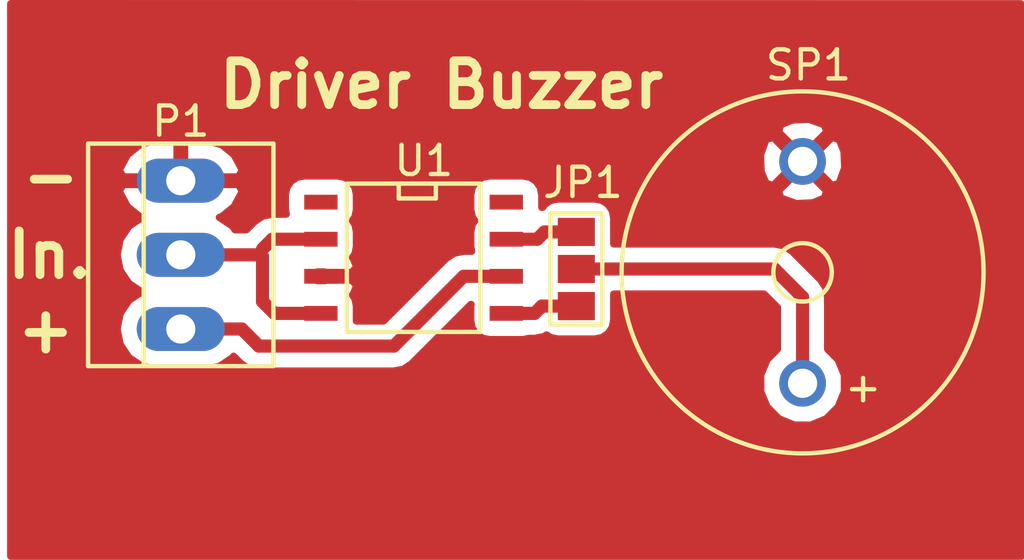
<source format=kicad_pcb>
(kicad_pcb (version 20160815) (host pcbnew no-vcs-found-undefined)

  (general
    (links 8)
    (no_connects 0)
    (area 123.65 75.495 158.500001 94.690001)
    (thickness 1.6)
    (drawings 4)
    (tracks 32)
    (zones 0)
    (modules 4)
    (nets 7)
  )

  (page A4)
  (layers
    (0 F.Cu signal)
    (31 B.Cu signal)
    (32 B.Adhes user)
    (33 F.Adhes user)
    (34 B.Paste user)
    (35 F.Paste user)
    (36 B.SilkS user)
    (37 F.SilkS user)
    (38 B.Mask user)
    (39 F.Mask user)
    (40 Dwgs.User user)
    (41 Cmts.User user)
    (42 Eco1.User user)
    (43 Eco2.User user)
    (44 Edge.Cuts user)
    (45 Margin user)
    (46 B.CrtYd user)
    (47 F.CrtYd user)
    (48 B.Fab user)
    (49 F.Fab user)
  )

  (setup
    (last_trace_width 0.25)
    (trace_clearance 0.2)
    (zone_clearance 0.508)
    (zone_45_only no)
    (trace_min 0.2)
    (segment_width 0.2)
    (edge_width 0.15)
    (via_size 0.8)
    (via_drill 0.4)
    (via_min_size 0.4)
    (via_min_drill 0.3)
    (uvia_size 0.3)
    (uvia_drill 0.1)
    (uvias_allowed no)
    (uvia_min_size 0.2)
    (uvia_min_drill 0.1)
    (pcb_text_width 0.3)
    (pcb_text_size 1.5 1.5)
    (mod_edge_width 0.15)
    (mod_text_size 1 1)
    (mod_text_width 0.15)
    (pad_size 1.524 1.524)
    (pad_drill 0.762)
    (pad_to_mask_clearance 0.2)
    (aux_axis_origin 0 0)
    (visible_elements FFFFFF7F)
    (pcbplotparams
      (layerselection 0x00030_ffffffff)
      (usegerberextensions false)
      (excludeedgelayer true)
      (linewidth 0.100000)
      (plotframeref false)
      (viasonmask false)
      (mode 1)
      (useauxorigin false)
      (hpglpennumber 1)
      (hpglpenspeed 20)
      (hpglpendiameter 15)
      (psnegative false)
      (psa4output false)
      (plotreference true)
      (plotvalue true)
      (plotinvisibletext false)
      (padsonsilk false)
      (subtractmaskfromsilk false)
      (outputformat 1)
      (mirror false)
      (drillshape 0)
      (scaleselection 1)
      (outputdirectory /home/joan/Escritorio/DuePi/cad/buzzer_aux/gerber/))
  )

  (net 0 "")
  (net 1 "Net-(JP1-Pad2)")
  (net 2 /GND)
  (net 3 /+5V)
  (net 4 /Input)
  (net 5 /Invert)
  (net 6 /NOinvert)

  (net_class Default "Esta es la clase de red por defecto."
    (clearance 0.2)
    (trace_width 0.25)
    (via_dia 0.8)
    (via_drill 0.4)
    (uvia_dia 0.3)
    (uvia_drill 0.1)
    (diff_pair_gap 0.25)
    (diff_pair_width 0.2)
    (add_net /+5V)
    (add_net /GND)
    (add_net /Input)
    (add_net /Invert)
    (add_net /NOinvert)
    (add_net "Net-(JP1-Pad2)")
  )

  (module Connect:GS3 (layer F.Cu) (tedit 0) (tstamp 58206381)
    (at 143.15 84.71 180)
    (descr "Pontet Goute de soudure")
    (path /58208766)
    (attr virtual)
    (fp_text reference JP1 (at -0.225 2.96) (layer F.SilkS)
      (effects (font (size 1 1) (thickness 0.15)))
    )
    (fp_text value Selec (at 0.09 0 270) (layer F.Fab)
      (effects (font (size 1 1) (thickness 0.15)))
    )
    (fp_line (start -0.889 -1.905) (end 0.889 -1.905) (layer F.SilkS) (width 0.15))
    (fp_line (start 0.889 1.905) (end 0.889 -1.905) (layer F.SilkS) (width 0.15))
    (fp_line (start -0.889 1.905) (end 0.889 1.905) (layer F.SilkS) (width 0.15))
    (fp_line (start -0.889 -1.905) (end -0.889 1.905) (layer F.SilkS) (width 0.15))
    (pad 3 smd rect (at 0 1.27 180) (size 1.27 0.9652) (layers F.Cu F.Paste F.Mask)
      (net 5 /Invert))
    (pad 2 smd rect (at 0 0 180) (size 1.27 0.9652) (layers F.Cu F.Paste F.Mask)
      (net 1 "Net-(JP1-Pad2)"))
    (pad 1 smd rect (at 0 -1.27 180) (size 1.27 0.9652) (layers F.Cu F.Paste F.Mask)
      (net 6 /NOinvert))
  )

  (module Buzzers_Beepers:MagneticBuzzer_ProSignal_ABI-009-RC (layer F.Cu) (tedit 544E363A) (tstamp 5825DFB2)
    (at 150.9 81.01484 270)
    (descr "Buzzer, Elektromagnetic Beeper, Summer, 6V-DC,")
    (tags "Pro Signal, ABI-009-RC,")
    (path /582088D6)
    (fp_text reference SP1 (at -3.28984 -0.2) (layer F.SilkS)
      (effects (font (size 1 1) (thickness 0.15)))
    )
    (fp_text value BUZZER (at 4.06016 -2.95 270) (layer F.Fab)
      (effects (font (size 1 1) (thickness 0.15)))
    )
    (fp_circle (center 3.81 0) (end 10.01014 0) (layer F.SilkS) (width 0.15))
    (fp_text user + (at 7.8105 -1.99898 270) (layer F.SilkS)
      (effects (font (size 1 1) (thickness 0.15)))
    )
    (fp_circle (center 3.81 0) (end 4.81076 0) (layer F.SilkS) (width 0.15))
    (pad 2 thru_hole circle (at 7.60984 0 270) (size 1.6002 1.6002) (drill 1.00076) (layers *.Cu *.Mask)
      (net 1 "Net-(JP1-Pad2)"))
    (pad 1 thru_hole circle (at 0.01016 0 270) (size 1.6002 1.6002) (drill 1.00076) (layers *.Cu *.Mask)
      (net 2 /GND))
    (model Buzzers_Beepers.3dshapes/MagneticBuzzer_ProSignal_ABI-009-RC.wrl
      (at (xyz 0 0 0))
      (scale (xyz 1 1 1))
      (rotate (xyz 0 0 0))
    )
  )

  (module Connect:PINHEAD1-3 (layer F.Cu) (tedit 0) (tstamp 5825E0EE)
    (at 129.6 84.225 90)
    (path /58208969)
    (attr virtual)
    (fp_text reference P1 (at 4.575 0 180) (layer F.SilkS)
      (effects (font (size 1 1) (thickness 0.15)))
    )
    (fp_text value CONN_01X03 (at 0.2 -2.325 90) (layer F.Fab)
      (effects (font (size 1 1) (thickness 0.15)))
    )
    (fp_line (start 3.81 3.175) (end -3.81 3.175) (layer F.SilkS) (width 0.15))
    (fp_line (start -3.81 -3.175) (end 3.81 -3.175) (layer F.SilkS) (width 0.15))
    (fp_line (start 3.81 -1.27) (end -3.81 -1.27) (layer F.SilkS) (width 0.15))
    (fp_line (start 3.81 -3.175) (end 3.81 3.175) (layer F.SilkS) (width 0.15))
    (fp_line (start -3.81 -3.175) (end -3.81 3.175) (layer F.SilkS) (width 0.15))
    (pad 3 thru_hole oval (at 2.54 0 90) (size 1.50622 3.01498) (drill 0.99822) (layers *.Cu *.Mask)
      (net 2 /GND))
    (pad 2 thru_hole oval (at 0 0 90) (size 1.50622 3.01498) (drill 0.99822) (layers *.Cu *.Mask)
      (net 4 /Input))
    (pad 1 thru_hole oval (at -2.54 0 90) (size 1.50622 3.01498) (drill 0.99822) (layers *.Cu *.Mask)
      (net 3 /+5V))
  )

  (module dronpi:SOIC-8-N (layer F.Cu) (tedit 0) (tstamp 5825E0F9)
    (at 137.575 84.325 270)
    (descr "Module Narrow CMS SOJ 8 pins large")
    (tags "CMS SOJ")
    (path /5820873A)
    (attr smd)
    (fp_text reference U1 (at -3.325 -0.35) (layer F.SilkS)
      (effects (font (size 1 1) (thickness 0.15)))
    )
    (fp_text value TC4425 (at 0.15 -0.2 270) (layer F.Fab)
      (effects (font (size 1 1) (thickness 0.15)))
    )
    (fp_line (start -2.54 -2.286) (end 2.54 -2.286) (layer F.SilkS) (width 0.15))
    (fp_line (start 2.54 -2.286) (end 2.54 2.286) (layer F.SilkS) (width 0.15))
    (fp_line (start 2.54 2.286) (end -2.54 2.286) (layer F.SilkS) (width 0.15))
    (fp_line (start -2.54 2.286) (end -2.54 -2.286) (layer F.SilkS) (width 0.15))
    (fp_line (start -2.54 -0.762) (end -2.032 -0.762) (layer F.SilkS) (width 0.15))
    (fp_line (start -2.032 -0.762) (end -2.032 0.508) (layer F.SilkS) (width 0.15))
    (fp_line (start -2.032 0.508) (end -2.54 0.508) (layer F.SilkS) (width 0.15))
    (pad 8 smd rect (at -1.905 -3.175 270) (size 0.508 1.143) (layers F.Cu F.Paste F.Mask))
    (pad 7 smd rect (at -0.635 -3.175 270) (size 0.508 1.143) (layers F.Cu F.Paste F.Mask)
      (net 5 /Invert))
    (pad 6 smd rect (at 0.635 -3.175 270) (size 0.508 1.143) (layers F.Cu F.Paste F.Mask)
      (net 3 /+5V))
    (pad 5 smd rect (at 1.905 -3.175 270) (size 0.508 1.143) (layers F.Cu F.Paste F.Mask)
      (net 6 /NOinvert))
    (pad 4 smd rect (at 1.905 3.175 270) (size 0.508 1.143) (layers F.Cu F.Paste F.Mask)
      (net 4 /Input))
    (pad 3 smd rect (at 0.635 3.175 270) (size 0.508 1.143) (layers F.Cu F.Paste F.Mask)
      (net 2 /GND))
    (pad 2 smd rect (at -0.635 3.175 270) (size 0.508 1.143) (layers F.Cu F.Paste F.Mask)
      (net 4 /Input))
    (pad 1 smd rect (at -1.905 3.175 270) (size 0.508 1.143) (layers F.Cu F.Paste F.Mask))
    (model SMD_Packages.3dshapes/SOIC-8-N.wrl
      (at (xyz 0 0 0))
      (scale (xyz 0.5 0.38 0.5))
      (rotate (xyz 0 0 0))
    )
  )

  (gr_text - (at 125.15 81.525) (layer F.SilkS)
    (effects (font (size 1.5 1.5) (thickness 0.3)))
  )
  (gr_text In. (at 125.1 84.225) (layer F.SilkS)
    (effects (font (size 1.5 1.5) (thickness 0.3)))
  )
  (gr_text + (at 124.975 86.775) (layer F.SilkS)
    (effects (font (size 1.5 1.5) (thickness 0.3)))
  )
  (gr_text "Driver Buzzer" (at 138.53 78.4) (layer F.SilkS)
    (effects (font (size 1.5 1.5) (thickness 0.3)))
  )

  (segment (start 150.9 85.675) (end 149.935 84.71) (width 0.45) (layer F.Cu) (net 1))
  (segment (start 149.935 84.71) (end 143.15 84.71) (width 0.45) (layer F.Cu) (net 1))
  (segment (start 150.9 88.62468) (end 150.9 85.675) (width 0.45) (layer F.Cu) (net 1))
  (segment (start 150.9 81.025) (end 149.975 80.1) (width 0.25) (layer F.Cu) (net 2))
  (segment (start 149.975 80.1) (end 137.45 80.1) (width 0.25) (layer F.Cu) (net 2))
  (segment (start 137.45 80.1) (end 136.525 81.025) (width 0.25) (layer F.Cu) (net 2))
  (segment (start 136.525 81.025) (end 132.9 81.025) (width 0.25) (layer F.Cu) (net 2))
  (segment (start 132.9 81.025) (end 132.325 81.6) (width 0.25) (layer F.Cu) (net 2))
  (segment (start 132.325 81.6) (end 129.685 81.6) (width 0.25) (layer F.Cu) (net 2))
  (segment (start 129.685 81.6) (end 129.6 81.685) (width 0.25) (layer F.Cu) (net 2))
  (segment (start 136.525 84.375) (end 136.525 81.025) (width 0.25) (layer F.Cu) (net 2))
  (segment (start 135.94 84.96) (end 136.525 84.375) (width 0.25) (layer F.Cu) (net 2))
  (segment (start 134.4 84.96) (end 135.94 84.96) (width 0.25) (layer F.Cu) (net 2))
  (segment (start 129.6 86.765) (end 131.69 86.765) (width 0.45) (layer F.Cu) (net 3))
  (segment (start 131.69 86.765) (end 132.275 87.35) (width 0.45) (layer F.Cu) (net 3))
  (segment (start 132.275 87.35) (end 136.9 87.35) (width 0.45) (layer F.Cu) (net 3))
  (segment (start 136.9 87.35) (end 139.29 84.96) (width 0.45) (layer F.Cu) (net 3))
  (segment (start 139.29 84.96) (end 140.75 84.96) (width 0.45) (layer F.Cu) (net 3))
  (segment (start 134.4 86.23) (end 132.805 86.23) (width 0.45) (layer F.Cu) (net 4))
  (segment (start 132.805 86.23) (end 132.4 85.825) (width 0.45) (layer F.Cu) (net 4))
  (segment (start 132.4 85.825) (end 132.4 84.275) (width 0.45) (layer F.Cu) (net 4))
  (segment (start 132.4 84.025) (end 132.4 84.275) (width 0.25) (layer F.Cu) (net 4))
  (segment (start 129.6 84.225) (end 132.35 84.225) (width 0.45) (layer F.Cu) (net 4))
  (segment (start 132.35 84.225) (end 132.4 84.275) (width 0.25) (layer F.Cu) (net 4))
  (segment (start 132.735 83.69) (end 132.4 84.025) (width 0.45) (layer F.Cu) (net 4))
  (segment (start 134.4 83.69) (end 132.735 83.69) (width 0.45) (layer F.Cu) (net 4))
  (segment (start 141.81 83.69) (end 142.06 83.44) (width 0.45) (layer F.Cu) (net 5))
  (segment (start 142.06 83.44) (end 143.15 83.44) (width 0.45) (layer F.Cu) (net 5))
  (segment (start 140.75 83.69) (end 141.81 83.69) (width 0.45) (layer F.Cu) (net 5))
  (segment (start 141.72 86.23) (end 141.97 85.98) (width 0.45) (layer F.Cu) (net 6))
  (segment (start 141.97 85.98) (end 143.15 85.98) (width 0.45) (layer F.Cu) (net 6))
  (segment (start 140.75 86.23) (end 141.72 86.23) (width 0.45) (layer F.Cu) (net 6))

  (zone (net 2) (net_name /GND) (layer F.Cu) (tstamp 0) (hatch edge 0.508)
    (connect_pads (clearance 0.508))
    (min_thickness 0.254)
    (fill yes (arc_segments 16) (thermal_gap 0.508) (thermal_bridge_width 0.508))
    (polygon
      (pts
        (xy 123.65 75.495) (xy 158.5 75.5) (xy 158.5 94.69) (xy 123.65 94.675)
      )
    )
    (filled_polygon
      (pts
        (xy 158.373 75.626982) (xy 158.373 94.562945) (xy 123.777 94.548055) (xy 123.777 84.225) (xy 127.415536 84.225)
        (xy 127.5212 84.756207) (xy 127.822104 85.206542) (xy 128.253812 85.495) (xy 127.822104 85.783458) (xy 127.5212 86.233793)
        (xy 127.415536 86.765) (xy 127.5212 87.296207) (xy 127.822104 87.746542) (xy 128.272439 88.047446) (xy 128.803646 88.15311)
        (xy 130.396354 88.15311) (xy 130.927561 88.047446) (xy 131.377896 87.746542) (xy 131.408907 87.700131) (xy 131.666888 87.958112)
        (xy 131.945892 88.144536) (xy 132.275 88.21) (xy 136.9 88.21) (xy 137.229108 88.144536) (xy 137.508112 87.958112)
        (xy 139.5412 85.925024) (xy 139.53106 85.976) (xy 139.53106 86.484) (xy 139.580343 86.731765) (xy 139.720691 86.941809)
        (xy 139.930735 87.082157) (xy 140.1785 87.13144) (xy 141.3215 87.13144) (xy 141.529835 87.09) (xy 141.72 87.09)
        (xy 142.049108 87.024536) (xy 142.131068 86.969772) (xy 142.267235 87.060757) (xy 142.515 87.11004) (xy 143.785 87.11004)
        (xy 144.032765 87.060757) (xy 144.242809 86.920409) (xy 144.383157 86.710365) (xy 144.43244 86.4626) (xy 144.43244 85.57)
        (xy 149.578776 85.57) (xy 150.04 86.031224) (xy 150.04 87.455411) (xy 149.684091 87.8107) (xy 149.46515 88.337969)
        (xy 149.464652 88.908887) (xy 149.682672 89.436537) (xy 150.08602 89.840589) (xy 150.613289 90.05953) (xy 151.184207 90.060028)
        (xy 151.711857 89.842008) (xy 152.115909 89.43866) (xy 152.33485 88.911391) (xy 152.335348 88.340473) (xy 152.117328 87.812823)
        (xy 151.76 87.454871) (xy 151.76 85.675) (xy 151.694536 85.345892) (xy 151.508112 85.066888) (xy 150.543112 84.101888)
        (xy 150.46263 84.048112) (xy 150.264108 83.915464) (xy 149.935 83.85) (xy 144.43244 83.85) (xy 144.43244 82.9574)
        (xy 144.383157 82.709635) (xy 144.242809 82.499591) (xy 144.032765 82.359243) (xy 143.785 82.30996) (xy 142.515 82.30996)
        (xy 142.267235 82.359243) (xy 142.057191 82.499591) (xy 141.994797 82.59297) (xy 141.96894 82.598113) (xy 141.96894 82.166)
        (xy 141.942449 82.032817) (xy 150.071788 82.032817) (xy 150.145935 82.278947) (xy 150.6832 82.472064) (xy 151.25347 82.444879)
        (xy 151.654065 82.278947) (xy 151.728212 82.032817) (xy 150.9 81.204605) (xy 150.071788 82.032817) (xy 141.942449 82.032817)
        (xy 141.919657 81.918235) (xy 141.779309 81.708191) (xy 141.569265 81.567843) (xy 141.3215 81.51856) (xy 140.1785 81.51856)
        (xy 139.930735 81.567843) (xy 139.720691 81.708191) (xy 139.580343 81.918235) (xy 139.53106 82.166) (xy 139.53106 82.674)
        (xy 139.580343 82.921765) (xy 139.669368 83.055) (xy 139.580343 83.188235) (xy 139.53106 83.436) (xy 139.53106 83.944)
        (xy 139.56209 84.1) (xy 139.29 84.1) (xy 138.960892 84.165464) (xy 138.681888 84.351888) (xy 136.543776 86.49)
        (xy 135.617747 86.49) (xy 135.61894 86.484) (xy 135.61894 85.976) (xy 135.569657 85.728235) (xy 135.483793 85.599732)
        (xy 135.509827 85.573698) (xy 135.6065 85.340309) (xy 135.6065 85.24575) (xy 135.44775 85.087) (xy 134.527 85.087)
        (xy 134.527 85.107) (xy 134.273 85.107) (xy 134.273 85.087) (xy 134.253 85.087) (xy 134.253 84.833)
        (xy 134.273 84.833) (xy 134.273 84.813) (xy 134.527 84.813) (xy 134.527 84.833) (xy 135.44775 84.833)
        (xy 135.6065 84.67425) (xy 135.6065 84.579691) (xy 135.509827 84.346302) (xy 135.483793 84.320268) (xy 135.569657 84.191765)
        (xy 135.61894 83.944) (xy 135.61894 83.436) (xy 135.569657 83.188235) (xy 135.480632 83.055) (xy 135.569657 82.921765)
        (xy 135.61894 82.674) (xy 135.61894 82.166) (xy 135.569657 81.918235) (xy 135.429309 81.708191) (xy 135.219265 81.567843)
        (xy 134.9715 81.51856) (xy 133.8285 81.51856) (xy 133.580735 81.567843) (xy 133.370691 81.708191) (xy 133.230343 81.918235)
        (xy 133.18106 82.166) (xy 133.18106 82.674) (xy 133.21209 82.83) (xy 132.735005 82.83) (xy 132.735 82.829999)
        (xy 132.405893 82.895463) (xy 132.126888 83.081888) (xy 131.843776 83.365) (xy 131.459108 83.365) (xy 131.377896 83.243458)
        (xy 130.927561 82.942554) (xy 130.924694 82.941984) (xy 131.002919 82.918846) (xy 131.425724 82.57674) (xy 131.685427 82.098875)
        (xy 131.699783 82.026674) (xy 131.577162 81.812) (xy 129.727 81.812) (xy 129.727 81.832) (xy 129.473 81.832)
        (xy 129.473 81.812) (xy 127.622838 81.812) (xy 127.500217 82.026674) (xy 127.514573 82.098875) (xy 127.774276 82.57674)
        (xy 128.197081 82.918846) (xy 128.275306 82.941984) (xy 128.272439 82.942554) (xy 127.822104 83.243458) (xy 127.5212 83.693793)
        (xy 127.415536 84.225) (xy 123.777 84.225) (xy 123.777 81.343326) (xy 127.500217 81.343326) (xy 127.622838 81.558)
        (xy 129.473 81.558) (xy 129.473 80.29689) (xy 129.727 80.29689) (xy 129.727 81.558) (xy 131.577162 81.558)
        (xy 131.699783 81.343326) (xy 131.685427 81.271125) (xy 131.433844 80.8082) (xy 149.452936 80.8082) (xy 149.480121 81.37847)
        (xy 149.646053 81.779065) (xy 149.892183 81.853212) (xy 150.720395 81.025) (xy 151.079605 81.025) (xy 151.907817 81.853212)
        (xy 152.153947 81.779065) (xy 152.347064 81.2418) (xy 152.319879 80.67153) (xy 152.153947 80.270935) (xy 151.907817 80.196788)
        (xy 151.079605 81.025) (xy 150.720395 81.025) (xy 149.892183 80.196788) (xy 149.646053 80.270935) (xy 149.452936 80.8082)
        (xy 131.433844 80.8082) (xy 131.425724 80.79326) (xy 131.002919 80.451154) (xy 130.48138 80.29689) (xy 129.727 80.29689)
        (xy 129.473 80.29689) (xy 128.71862 80.29689) (xy 128.197081 80.451154) (xy 127.774276 80.79326) (xy 127.514573 81.271125)
        (xy 127.500217 81.343326) (xy 123.777 81.343326) (xy 123.777 80.017183) (xy 150.071788 80.017183) (xy 150.9 80.845395)
        (xy 151.728212 80.017183) (xy 151.654065 79.771053) (xy 151.1168 79.577936) (xy 150.54653 79.605121) (xy 150.145935 79.771053)
        (xy 150.071788 80.017183) (xy 123.777 80.017183) (xy 123.777 75.622018)
      )
    )
  )
)

</source>
